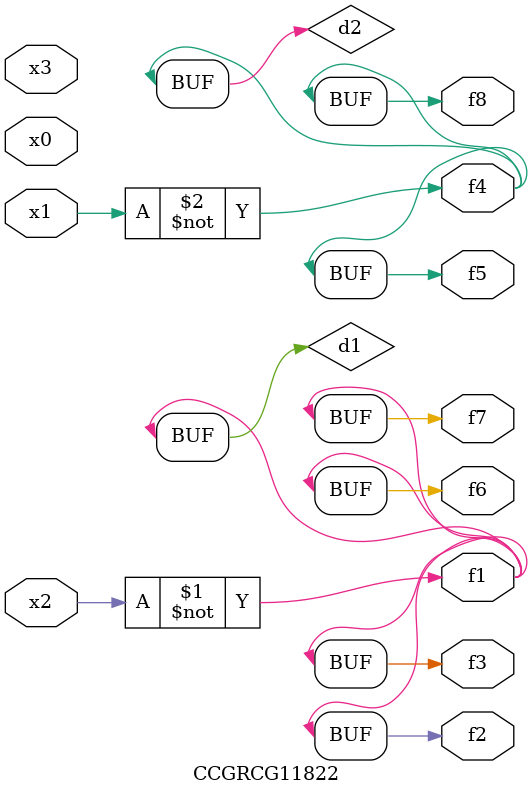
<source format=v>
module CCGRCG11822(
	input x0, x1, x2, x3,
	output f1, f2, f3, f4, f5, f6, f7, f8
);

	wire d1, d2;

	xnor (d1, x2);
	not (d2, x1);
	assign f1 = d1;
	assign f2 = d1;
	assign f3 = d1;
	assign f4 = d2;
	assign f5 = d2;
	assign f6 = d1;
	assign f7 = d1;
	assign f8 = d2;
endmodule

</source>
